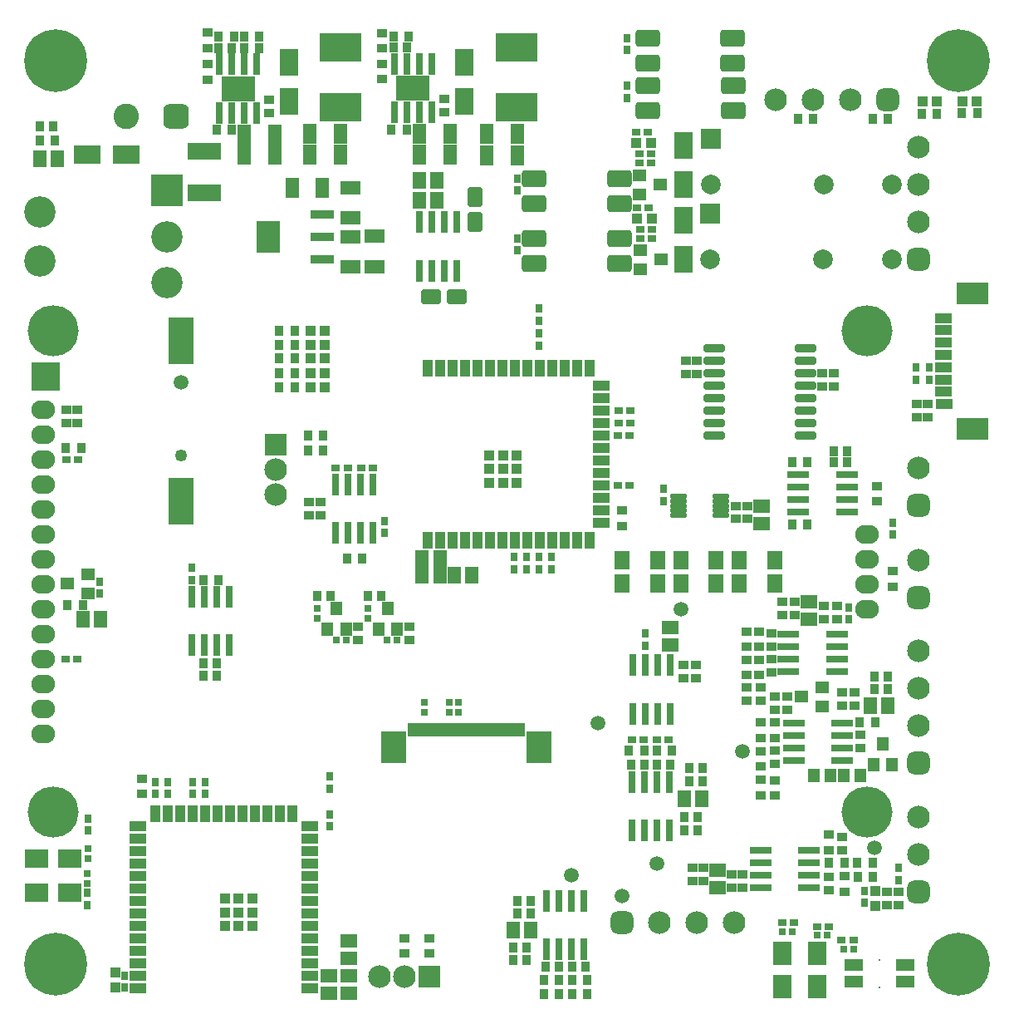
<source format=gbr>
G04*
G04 #@! TF.GenerationSoftware,Altium Limited,Altium Designer,25.1.2 (22)*
G04*
G04 Layer_Color=8388736*
%FSLAX44Y44*%
%MOMM*%
G71*
G04*
G04 #@! TF.SameCoordinates,54FBF0B5-E2CF-4F3E-8A6F-997AE4EABEE6*
G04*
G04*
G04 #@! TF.FilePolarity,Negative*
G04*
G01*
G75*
%ADD19R,2.4892X0.8890*%
%ADD20R,2.4892X3.2004*%
%ADD63R,0.8032X2.1732*%
%ADD64R,3.5032X2.6132*%
%ADD65R,0.9652X1.0160*%
%ADD66R,1.0032X0.9532*%
%ADD67R,2.1732X0.8032*%
%ADD68R,1.0160X0.9652*%
%ADD69R,1.9032X1.2032*%
%ADD70R,0.7112X0.8636*%
%ADD71R,0.8636X0.7112*%
%ADD72R,0.8032X0.7032*%
%ADD73R,1.6510X1.3208*%
%ADD74R,1.9032X2.4032*%
%ADD75R,1.0160X1.0160*%
%ADD76R,0.9532X1.0032*%
%ADD77R,1.3208X1.6510*%
G04:AMPARAMS|DCode=78|XSize=2.2532mm|YSize=0.7932mm|CornerRadius=0.1754mm|HoleSize=0mm|Usage=FLASHONLY|Rotation=0.000|XOffset=0mm|YOffset=0mm|HoleType=Round|Shape=RoundedRectangle|*
%AMROUNDEDRECTD78*
21,1,2.2532,0.4425,0,0,0.0*
21,1,1.9025,0.7932,0,0,0.0*
1,1,0.3507,0.9513,-0.2213*
1,1,0.3507,-0.9513,-0.2213*
1,1,0.3507,-0.9513,0.2213*
1,1,0.3507,0.9513,0.2213*
%
%ADD78ROUNDEDRECTD78*%
G04:AMPARAMS|DCode=79|XSize=2.5032mm|YSize=1.6832mm|CornerRadius=0.2866mm|HoleSize=0mm|Usage=FLASHONLY|Rotation=0.000|XOffset=0mm|YOffset=0mm|HoleType=Round|Shape=RoundedRectangle|*
%AMROUNDEDRECTD79*
21,1,2.5032,1.1100,0,0,0.0*
21,1,1.9300,1.6832,0,0,0.0*
1,1,0.5732,0.9650,-0.5550*
1,1,0.5732,-0.9650,-0.5550*
1,1,0.5732,-0.9650,0.5550*
1,1,0.5732,0.9650,0.5550*
%
%ADD79ROUNDEDRECTD79*%
G04:AMPARAMS|DCode=80|XSize=1.6732mm|YSize=0.4832mm|CornerRadius=0.1366mm|HoleSize=0mm|Usage=FLASHONLY|Rotation=0.000|XOffset=0mm|YOffset=0mm|HoleType=Round|Shape=RoundedRectangle|*
%AMROUNDEDRECTD80*
21,1,1.6732,0.2100,0,0,0.0*
21,1,1.4000,0.4832,0,0,0.0*
1,1,0.2732,0.7000,-0.1050*
1,1,0.2732,-0.7000,-0.1050*
1,1,0.2732,-0.7000,0.1050*
1,1,0.2732,0.7000,0.1050*
%
%ADD80ROUNDEDRECTD80*%
%ADD81R,1.4032X1.2192*%
%ADD82R,1.1032X1.1032*%
%ADD83R,1.1032X1.7032*%
%ADD84R,1.7032X1.1032*%
%ADD85R,1.1032X1.1032*%
%ADD86R,1.7032X1.1032*%
%ADD87R,1.1032X1.7032*%
%ADD88R,1.2192X1.4032*%
%ADD89R,3.0000X3.0000*%
%ADD90R,2.4032X1.9032*%
%ADD91R,1.2192X1.3970*%
%ADD92R,4.2032X2.9032*%
%ADD93R,2.5032X4.7032*%
%ADD94R,1.8032X1.0032*%
%ADD95R,3.2032X2.3032*%
%ADD96R,0.5032X1.4532*%
%ADD97R,2.5032X3.3032*%
%ADD98R,3.4032X1.7032*%
%ADD99R,1.9032X2.7032*%
%ADD100R,1.5732X1.9332*%
%ADD101R,1.0160X1.0160*%
%ADD102R,2.7032X1.9032*%
%ADD103R,0.7032X0.8032*%
G04:AMPARAMS|DCode=104|XSize=2.0132mm|YSize=1.5232mm|CornerRadius=0.2666mm|HoleSize=0mm|Usage=FLASHONLY|Rotation=270.000|XOffset=0mm|YOffset=0mm|HoleType=Round|Shape=RoundedRectangle|*
%AMROUNDEDRECTD104*
21,1,2.0132,0.9900,0,0,270.0*
21,1,1.4800,1.5232,0,0,270.0*
1,1,0.5332,-0.4950,-0.7400*
1,1,0.5332,-0.4950,0.7400*
1,1,0.5332,0.4950,0.7400*
1,1,0.5332,0.4950,-0.7400*
%
%ADD104ROUNDEDRECTD104*%
%ADD105R,2.0066X1.3208*%
%ADD106R,1.3208X2.0066*%
G04:AMPARAMS|DCode=107|XSize=2.0132mm|YSize=1.5232mm|CornerRadius=0.2666mm|HoleSize=0mm|Usage=FLASHONLY|Rotation=0.000|XOffset=0mm|YOffset=0mm|HoleType=Round|Shape=RoundedRectangle|*
%AMROUNDEDRECTD107*
21,1,2.0132,0.9900,0,0,0.0*
21,1,1.4800,1.5232,0,0,0.0*
1,1,0.5332,0.7400,-0.4950*
1,1,0.5332,-0.7400,-0.4950*
1,1,0.5332,-0.7400,0.4950*
1,1,0.5332,0.7400,0.4950*
%
%ADD107ROUNDEDRECTD107*%
%ADD108C,2.3032*%
%ADD109R,2.3032X2.3032*%
%ADD110C,1.5000*%
G04:AMPARAMS|DCode=111|XSize=2.3032mm|YSize=2.3032mm|CornerRadius=0.6266mm|HoleSize=0mm|Usage=FLASHONLY|Rotation=90.000|XOffset=0mm|YOffset=0mm|HoleType=Round|Shape=RoundedRectangle|*
%AMROUNDEDRECTD111*
21,1,2.3032,1.0500,0,0,90.0*
21,1,1.0500,2.3032,0,0,90.0*
1,1,1.2532,0.5250,0.5250*
1,1,1.2532,0.5250,-0.5250*
1,1,1.2532,-0.5250,-0.5250*
1,1,1.2532,-0.5250,0.5250*
%
%ADD111ROUNDEDRECTD111*%
%ADD112C,0.2032*%
%ADD113R,3.2032X3.2032*%
%ADD114C,3.2032*%
G04:AMPARAMS|DCode=115|XSize=2.3032mm|YSize=2.3032mm|CornerRadius=0.6266mm|HoleSize=0mm|Usage=FLASHONLY|Rotation=180.000|XOffset=0mm|YOffset=0mm|HoleType=Round|Shape=RoundedRectangle|*
%AMROUNDEDRECTD115*
21,1,2.3032,1.0500,0,0,180.0*
21,1,1.0500,2.3032,0,0,180.0*
1,1,1.2532,-0.5250,0.5250*
1,1,1.2532,0.5250,0.5250*
1,1,1.2532,0.5250,-0.5250*
1,1,1.2532,-0.5250,-0.5250*
%
%ADD115ROUNDEDRECTD115*%
G04:AMPARAMS|DCode=116|XSize=2.6032mm|YSize=2.6032mm|CornerRadius=0.7016mm|HoleSize=0mm|Usage=FLASHONLY|Rotation=180.000|XOffset=0mm|YOffset=0mm|HoleType=Round|Shape=RoundedRectangle|*
%AMROUNDEDRECTD116*
21,1,2.6032,1.2000,0,0,180.0*
21,1,1.2000,2.6032,0,0,180.0*
1,1,1.4032,-0.6000,0.6000*
1,1,1.4032,0.6000,0.6000*
1,1,1.4032,0.6000,-0.6000*
1,1,1.4032,-0.6000,-0.6000*
%
%ADD116ROUNDEDRECTD116*%
%ADD117C,2.6032*%
%ADD118O,2.4032X1.9032*%
%ADD119C,5.2032*%
%ADD120C,2.0032*%
%ADD121R,2.0032X2.0032*%
%ADD122C,1.5032*%
%ADD123C,1.2532*%
%ADD124R,2.3032X2.3032*%
%ADD125C,1.0032*%
%ADD126C,6.4000*%
D19*
X311277Y757896D02*
D03*
Y780796D02*
D03*
Y803696D02*
D03*
D20*
X256159Y780796D02*
D03*
D63*
X206836Y906922D02*
D03*
X232236Y956422D02*
D03*
X219536D02*
D03*
X206836D02*
D03*
X219536Y906922D02*
D03*
X232236D02*
D03*
X244936D02*
D03*
Y956422D02*
D03*
X666256Y344520D02*
D03*
Y295020D02*
D03*
X653556D02*
D03*
X640856D02*
D03*
X628156Y344520D02*
D03*
X640856D02*
D03*
X653556D02*
D03*
X628156Y295020D02*
D03*
X540540Y54887D02*
D03*
Y104387D02*
D03*
X553240D02*
D03*
X565940D02*
D03*
X578640Y54887D02*
D03*
X565940D02*
D03*
X553240D02*
D03*
X578640Y104387D02*
D03*
X627106Y175940D02*
D03*
X652506Y225440D02*
D03*
X639806D02*
D03*
X627106D02*
D03*
X639806Y175940D02*
D03*
X652506D02*
D03*
X665206D02*
D03*
Y225440D02*
D03*
X325374Y479186D02*
D03*
X350774Y528686D02*
D03*
X338074D02*
D03*
X325374D02*
D03*
X338074Y479186D02*
D03*
X350774D02*
D03*
X363474D02*
D03*
Y528686D02*
D03*
X216916Y414132D02*
D03*
X191516Y364632D02*
D03*
X204216D02*
D03*
X216916D02*
D03*
X204216Y414132D02*
D03*
X191516D02*
D03*
X178816D02*
D03*
Y364632D02*
D03*
X448644Y795640D02*
D03*
X423244Y746140D02*
D03*
X435944D02*
D03*
X448644D02*
D03*
X435944Y795640D02*
D03*
X423244D02*
D03*
X410544D02*
D03*
Y746140D02*
D03*
X385144Y907430D02*
D03*
X410544Y956930D02*
D03*
X397844D02*
D03*
X385144D02*
D03*
X397844Y907430D02*
D03*
X410544D02*
D03*
X423244D02*
D03*
Y956930D02*
D03*
D64*
X225886Y931672D02*
D03*
X404194Y932180D02*
D03*
D65*
X872713Y128746D02*
D03*
X857219D02*
D03*
X843744Y143000D02*
D03*
X828250D02*
D03*
X872459Y143224D02*
D03*
X856965D02*
D03*
X938247Y906000D02*
D03*
X922753D02*
D03*
X963676Y906780D02*
D03*
X979170D02*
D03*
X624185Y257078D02*
D03*
X639679D02*
D03*
X668127D02*
D03*
X652633D02*
D03*
X352171Y453390D02*
D03*
X336677D02*
D03*
X205613Y431292D02*
D03*
X190119D02*
D03*
X811784Y900684D02*
D03*
X796290D02*
D03*
X888111D02*
D03*
X872617D02*
D03*
X537619Y23645D02*
D03*
X553113D02*
D03*
Y9675D02*
D03*
X537619D02*
D03*
X566067D02*
D03*
X581561D02*
D03*
Y23899D02*
D03*
X566067D02*
D03*
X875205Y286512D02*
D03*
X859711D02*
D03*
X790401Y551434D02*
D03*
X805895D02*
D03*
X790401Y487426D02*
D03*
X805895D02*
D03*
X67437Y405384D02*
D03*
X51943D02*
D03*
X312674Y563118D02*
D03*
X297180D02*
D03*
X312547Y578612D02*
D03*
X297053D02*
D03*
X50253Y566000D02*
D03*
X65747D02*
D03*
X23749Y878840D02*
D03*
X39243D02*
D03*
X267753Y656750D02*
D03*
X283247D02*
D03*
X267753Y627500D02*
D03*
X283247D02*
D03*
X267753Y641500D02*
D03*
X283247D02*
D03*
X267753Y670500D02*
D03*
X283247D02*
D03*
X267753Y685250D02*
D03*
X283247D02*
D03*
X384255Y984758D02*
D03*
X399749D02*
D03*
X397717Y889508D02*
D03*
X382223D02*
D03*
X205947Y984362D02*
D03*
X221441D02*
D03*
X219536Y889508D02*
D03*
X204042D02*
D03*
X232109Y984362D02*
D03*
X247603D02*
D03*
Y973186D02*
D03*
X232109D02*
D03*
D66*
X828250Y129000D02*
D03*
Y115500D02*
D03*
X679730Y331054D02*
D03*
Y344554D02*
D03*
X692683Y331054D02*
D03*
Y344554D02*
D03*
X689030Y124254D02*
D03*
Y137754D02*
D03*
X700206Y124254D02*
D03*
Y137754D02*
D03*
X728900Y131296D02*
D03*
Y117796D02*
D03*
X740326Y131150D02*
D03*
Y117650D02*
D03*
X773176Y257448D02*
D03*
Y243948D02*
D03*
X298196Y510432D02*
D03*
Y496932D02*
D03*
X310134Y510178D02*
D03*
Y496678D02*
D03*
X682498Y654704D02*
D03*
Y641204D02*
D03*
X693674Y654812D02*
D03*
Y641312D02*
D03*
X832866Y642004D02*
D03*
Y628504D02*
D03*
X821182Y642004D02*
D03*
Y628504D02*
D03*
X899368Y113194D02*
D03*
Y99694D02*
D03*
X887500Y113250D02*
D03*
Y99750D02*
D03*
X744728Y506730D02*
D03*
Y493230D02*
D03*
X733552Y506730D02*
D03*
Y493230D02*
D03*
X841614Y169524D02*
D03*
Y156024D02*
D03*
X860588Y273450D02*
D03*
Y259950D02*
D03*
X841614Y302768D02*
D03*
Y316268D02*
D03*
X854456Y302768D02*
D03*
Y316268D02*
D03*
X769414Y376766D02*
D03*
Y363266D02*
D03*
X744131Y321456D02*
D03*
Y307956D02*
D03*
X758698Y321456D02*
D03*
Y307956D02*
D03*
X785876Y298704D02*
D03*
Y312204D02*
D03*
X772922Y298704D02*
D03*
Y312204D02*
D03*
X793258Y408848D02*
D03*
Y395348D02*
D03*
X780304Y408848D02*
D03*
Y395348D02*
D03*
X836090Y391014D02*
D03*
Y404514D02*
D03*
X823056Y391014D02*
D03*
Y404514D02*
D03*
X769414Y337212D02*
D03*
Y350712D02*
D03*
X929132Y610522D02*
D03*
Y597022D02*
D03*
X917956Y610522D02*
D03*
Y597022D02*
D03*
X61722Y604920D02*
D03*
Y591420D02*
D03*
X50546Y604920D02*
D03*
Y591420D02*
D03*
X400304Y370078D02*
D03*
Y383578D02*
D03*
X347834Y370078D02*
D03*
Y383578D02*
D03*
X435690Y920930D02*
D03*
Y907430D02*
D03*
X257382Y920422D02*
D03*
Y906922D02*
D03*
D67*
X807940Y117570D02*
D03*
X758440D02*
D03*
Y130270D02*
D03*
Y142970D02*
D03*
X807940Y155670D02*
D03*
Y142970D02*
D03*
Y130270D02*
D03*
X758440Y155670D02*
D03*
X841614Y247650D02*
D03*
X792114Y273050D02*
D03*
Y260350D02*
D03*
Y247650D02*
D03*
X841614Y260350D02*
D03*
Y273050D02*
D03*
Y285750D02*
D03*
X792114D02*
D03*
X836106Y337504D02*
D03*
X786606Y362904D02*
D03*
Y350204D02*
D03*
Y337504D02*
D03*
X836106Y350204D02*
D03*
Y362904D02*
D03*
Y375604D02*
D03*
X786606D02*
D03*
X846440Y500380D02*
D03*
X796940Y525780D02*
D03*
Y513080D02*
D03*
Y500380D02*
D03*
X846440Y513080D02*
D03*
Y525780D02*
D03*
Y538480D02*
D03*
X796940D02*
D03*
D68*
X843750Y129247D02*
D03*
Y113753D02*
D03*
X128000Y228696D02*
D03*
Y213202D02*
D03*
X893250Y424503D02*
D03*
Y439997D02*
D03*
X828250Y171537D02*
D03*
Y156043D02*
D03*
X758698Y270383D02*
D03*
Y285877D02*
D03*
X773176D02*
D03*
Y270383D02*
D03*
X758698Y256921D02*
D03*
Y241427D02*
D03*
X773176Y227203D02*
D03*
Y211709D02*
D03*
X758698Y227457D02*
D03*
Y211963D02*
D03*
X756698Y378779D02*
D03*
Y363285D02*
D03*
X744131D02*
D03*
Y378779D02*
D03*
Y349696D02*
D03*
Y334202D02*
D03*
X756698Y334329D02*
D03*
Y349823D02*
D03*
X877250Y511503D02*
D03*
Y526997D02*
D03*
X617474Y501888D02*
D03*
Y486394D02*
D03*
X395224Y66421D02*
D03*
Y50927D02*
D03*
X420624Y66421D02*
D03*
Y50927D02*
D03*
X372698Y972439D02*
D03*
Y987933D02*
D03*
X194644Y973059D02*
D03*
Y988553D02*
D03*
X372698Y941451D02*
D03*
Y956945D02*
D03*
X194644Y940928D02*
D03*
Y956422D02*
D03*
D69*
X853000Y21716D02*
D03*
Y38716D02*
D03*
X905500Y21716D02*
D03*
Y38716D02*
D03*
D70*
X641000Y376500D02*
D03*
Y364500D02*
D03*
X374650Y491140D02*
D03*
Y479140D02*
D03*
X178816Y443388D02*
D03*
Y431388D02*
D03*
X192040Y225202D02*
D03*
Y213202D02*
D03*
X179340Y225202D02*
D03*
Y213202D02*
D03*
X532892Y670148D02*
D03*
Y682148D02*
D03*
Y707548D02*
D03*
Y695548D02*
D03*
X899250Y125750D02*
D03*
Y137750D02*
D03*
X510286Y839882D02*
D03*
Y827882D02*
D03*
X622046Y934370D02*
D03*
Y922370D02*
D03*
Y983392D02*
D03*
Y971392D02*
D03*
X510286Y778922D02*
D03*
Y766922D02*
D03*
X659892Y523730D02*
D03*
Y511730D02*
D03*
X532796Y442310D02*
D03*
Y454310D02*
D03*
X545496Y442310D02*
D03*
Y454310D02*
D03*
X507396Y442310D02*
D03*
Y454310D02*
D03*
X520096Y442310D02*
D03*
Y454310D02*
D03*
X930324Y647386D02*
D03*
Y635387D02*
D03*
X916764Y647386D02*
D03*
Y635387D02*
D03*
X84836Y417672D02*
D03*
Y429672D02*
D03*
X848000Y391000D02*
D03*
Y403000D02*
D03*
X893250Y489616D02*
D03*
Y477616D02*
D03*
X141240Y225202D02*
D03*
Y213202D02*
D03*
X153940Y225202D02*
D03*
Y213202D02*
D03*
X319532Y192182D02*
D03*
Y180182D02*
D03*
Y218790D02*
D03*
Y230790D02*
D03*
X864500Y114500D02*
D03*
Y102500D02*
D03*
X110236Y16140D02*
D03*
Y28140D02*
D03*
X72390Y188116D02*
D03*
Y176116D02*
D03*
X72136Y100268D02*
D03*
Y112268D02*
D03*
D71*
X841000Y64529D02*
D03*
X853000D02*
D03*
X780334Y81844D02*
D03*
X792334D02*
D03*
X816148Y77780D02*
D03*
X828148D02*
D03*
X652760Y268540D02*
D03*
X664760D02*
D03*
X639456D02*
D03*
X627456D02*
D03*
X337470Y545338D02*
D03*
X325470D02*
D03*
X351474Y545338D02*
D03*
X363474D02*
D03*
X631814Y886968D02*
D03*
X643814D02*
D03*
X634814Y855788D02*
D03*
X646814D02*
D03*
X634814Y865186D02*
D03*
X646814D02*
D03*
X632576Y810006D02*
D03*
X644576D02*
D03*
X635576Y778826D02*
D03*
X647576D02*
D03*
X635576Y788224D02*
D03*
X647576D02*
D03*
X624744Y527288D02*
D03*
X612744D02*
D03*
X624744Y578088D02*
D03*
X612744D02*
D03*
X625506Y590804D02*
D03*
X613506D02*
D03*
X625506Y603504D02*
D03*
X613506D02*
D03*
X62388Y553974D02*
D03*
X50388D02*
D03*
X62134Y350774D02*
D03*
X50134D02*
D03*
D72*
X853000Y55250D02*
D03*
X843000D02*
D03*
X826148Y69144D02*
D03*
X816148D02*
D03*
X790334Y72700D02*
D03*
X780334D02*
D03*
X387960Y370078D02*
D03*
X377960D02*
D03*
X335816D02*
D03*
X325816D02*
D03*
D73*
X714176Y135857D02*
D03*
Y118023D02*
D03*
X666256Y364701D02*
D03*
Y382535D02*
D03*
X759206Y506730D02*
D03*
Y488896D02*
D03*
X807530Y391014D02*
D03*
Y408848D02*
D03*
X338582Y45693D02*
D03*
Y63527D02*
D03*
Y10309D02*
D03*
Y28194D02*
D03*
X318262Y10387D02*
D03*
Y28272D02*
D03*
D74*
X816148Y16584D02*
D03*
Y50584D02*
D03*
X780334Y16584D02*
D03*
Y50584D02*
D03*
D75*
X923428Y918500D02*
D03*
X938428D02*
D03*
X979050Y918464D02*
D03*
X964050D02*
D03*
X646814Y876046D02*
D03*
X631814D02*
D03*
X647576Y799084D02*
D03*
X632576D02*
D03*
X299500Y627500D02*
D03*
X314500D02*
D03*
X299500Y641500D02*
D03*
X314500D02*
D03*
X299500Y670500D02*
D03*
X314500D02*
D03*
X299500Y685250D02*
D03*
X314500D02*
D03*
X299500Y656750D02*
D03*
X314500D02*
D03*
D76*
X699269Y239552D02*
D03*
X685769D02*
D03*
X699269Y225836D02*
D03*
X685769D02*
D03*
X680808Y190022D02*
D03*
X694308D02*
D03*
X680808Y176052D02*
D03*
X694308D02*
D03*
X666006Y243362D02*
D03*
X652506D02*
D03*
X626198D02*
D03*
X639698D02*
D03*
X204216Y346456D02*
D03*
X190716D02*
D03*
X204216Y333502D02*
D03*
X190716D02*
D03*
X539632Y37361D02*
D03*
X553132D02*
D03*
X506543Y43925D02*
D03*
X520043D02*
D03*
X506543Y56879D02*
D03*
X520043D02*
D03*
X524377Y91677D02*
D03*
X510877D02*
D03*
X524377Y104377D02*
D03*
X510877D02*
D03*
X579548Y37361D02*
D03*
X566048D02*
D03*
X888265Y332994D02*
D03*
X874765D02*
D03*
X888265Y320040D02*
D03*
X874765D02*
D03*
X846440Y562356D02*
D03*
X832940D02*
D03*
X846440Y551180D02*
D03*
X832940D02*
D03*
X23984Y893572D02*
D03*
X37484D02*
D03*
X358394Y415036D02*
D03*
X371894D02*
D03*
X306432D02*
D03*
X319932D02*
D03*
X397736Y973582D02*
D03*
X384236D02*
D03*
X219536Y972932D02*
D03*
X206036D02*
D03*
D77*
X680808Y208056D02*
D03*
X698642D02*
D03*
X524377Y74405D02*
D03*
X506543D02*
D03*
X870431Y302768D02*
D03*
X888265D02*
D03*
X85371Y390906D02*
D03*
X67537D02*
D03*
X445770Y435864D02*
D03*
X463604D02*
D03*
X23595Y860298D02*
D03*
X41429D02*
D03*
X413485Y435864D02*
D03*
X431370D02*
D03*
X413485Y453390D02*
D03*
X431370D02*
D03*
X428429Y838200D02*
D03*
X410544D02*
D03*
X428429Y817880D02*
D03*
X410544D02*
D03*
D78*
X710878Y667512D02*
D03*
Y654812D02*
D03*
Y642112D02*
D03*
Y629412D02*
D03*
Y616712D02*
D03*
Y604012D02*
D03*
Y591312D02*
D03*
Y578612D02*
D03*
X803978D02*
D03*
Y591312D02*
D03*
Y604012D02*
D03*
Y616712D02*
D03*
Y629412D02*
D03*
Y642112D02*
D03*
Y654812D02*
D03*
Y667512D02*
D03*
D79*
X614492Y839978D02*
D03*
Y814578D02*
D03*
X527492D02*
D03*
Y839978D02*
D03*
X643316Y909066D02*
D03*
Y934466D02*
D03*
X730316D02*
D03*
Y909066D02*
D03*
X614746Y779018D02*
D03*
Y753618D02*
D03*
X527746D02*
D03*
Y779018D02*
D03*
X643062Y957834D02*
D03*
Y983234D02*
D03*
X730062D02*
D03*
Y957834D02*
D03*
D80*
X717714Y516730D02*
D03*
Y511730D02*
D03*
Y506730D02*
D03*
Y501730D02*
D03*
Y496730D02*
D03*
X674714D02*
D03*
Y501730D02*
D03*
Y506730D02*
D03*
Y511730D02*
D03*
Y516730D02*
D03*
D81*
X799660Y312204D02*
D03*
X820860Y321704D02*
D03*
Y302704D02*
D03*
X656014Y833690D02*
D03*
X634814Y824190D02*
D03*
Y843190D02*
D03*
X656776Y757490D02*
D03*
X635576Y747990D02*
D03*
Y766990D02*
D03*
X51884Y427228D02*
D03*
X73084Y436728D02*
D03*
Y417728D02*
D03*
D82*
X495870Y544038D02*
D03*
Y530038D02*
D03*
Y558038D02*
D03*
X509870Y530038D02*
D03*
Y544038D02*
D03*
Y558038D02*
D03*
X481870Y530038D02*
D03*
Y544038D02*
D03*
Y558038D02*
D03*
D83*
X418670Y471538D02*
D03*
X431370D02*
D03*
X444070D02*
D03*
X456770D02*
D03*
X469470D02*
D03*
X482170D02*
D03*
X494870D02*
D03*
X507570D02*
D03*
X520270D02*
D03*
X532970D02*
D03*
X545670D02*
D03*
X558370D02*
D03*
X571070D02*
D03*
X583770D02*
D03*
Y646538D02*
D03*
X571070D02*
D03*
X558370D02*
D03*
X545670D02*
D03*
X532970D02*
D03*
X520270D02*
D03*
X507570D02*
D03*
X494870D02*
D03*
X482170D02*
D03*
X469470D02*
D03*
X456770D02*
D03*
X444070D02*
D03*
X431370D02*
D03*
X418670D02*
D03*
D84*
X596270Y489188D02*
D03*
Y501888D02*
D03*
Y514588D02*
D03*
Y527288D02*
D03*
Y539988D02*
D03*
Y552688D02*
D03*
Y565388D02*
D03*
Y578088D02*
D03*
Y590788D02*
D03*
Y603488D02*
D03*
Y616188D02*
D03*
Y628888D02*
D03*
D85*
X226090Y92740D02*
D03*
X240090D02*
D03*
X212090D02*
D03*
X240090Y106740D02*
D03*
X226090D02*
D03*
X212090D02*
D03*
X240090Y78740D02*
D03*
X226090D02*
D03*
X212090D02*
D03*
D86*
X298590Y15540D02*
D03*
Y28240D02*
D03*
Y40940D02*
D03*
Y53640D02*
D03*
Y66340D02*
D03*
Y79040D02*
D03*
Y91740D02*
D03*
Y104440D02*
D03*
Y117140D02*
D03*
Y129840D02*
D03*
Y142540D02*
D03*
Y155240D02*
D03*
Y167940D02*
D03*
Y180640D02*
D03*
X123590D02*
D03*
Y167940D02*
D03*
Y155240D02*
D03*
Y142540D02*
D03*
Y129840D02*
D03*
Y117140D02*
D03*
Y104440D02*
D03*
Y91740D02*
D03*
Y79040D02*
D03*
Y66340D02*
D03*
Y53640D02*
D03*
Y40940D02*
D03*
Y28240D02*
D03*
Y15540D02*
D03*
D87*
X280940Y193140D02*
D03*
X268240D02*
D03*
X255540D02*
D03*
X242840D02*
D03*
X230140D02*
D03*
X217440D02*
D03*
X204740D02*
D03*
X192040D02*
D03*
X179340D02*
D03*
X166640D02*
D03*
X153940D02*
D03*
X141240D02*
D03*
D88*
X378460Y402336D02*
D03*
X387960Y381136D02*
D03*
X368960D02*
D03*
X326244Y402336D02*
D03*
X335744Y381136D02*
D03*
X316744D02*
D03*
X882980Y263906D02*
D03*
X892480Y242706D02*
D03*
X873480D02*
D03*
D89*
X30000Y638000D02*
D03*
D90*
X54084Y147574D02*
D03*
X20084D02*
D03*
X54084Y112268D02*
D03*
X20084D02*
D03*
D91*
X829488Y232156D02*
D03*
X812470D02*
D03*
X843570D02*
D03*
X860588D02*
D03*
D92*
X509858Y973352D02*
D03*
Y912852D02*
D03*
X330026Y973352D02*
D03*
Y912852D02*
D03*
D93*
X167640Y675126D02*
D03*
Y511126D02*
D03*
D94*
X944956Y697944D02*
D03*
Y685444D02*
D03*
Y672944D02*
D03*
Y660444D02*
D03*
Y647944D02*
D03*
Y635444D02*
D03*
Y622944D02*
D03*
X945268Y610688D02*
D03*
D95*
X974268Y723448D02*
D03*
Y585188D02*
D03*
D96*
X515902Y278354D02*
D03*
X510902D02*
D03*
X505902D02*
D03*
X500902D02*
D03*
X495902D02*
D03*
X490902D02*
D03*
X485902D02*
D03*
X480902D02*
D03*
X475902D02*
D03*
X470902D02*
D03*
X465902D02*
D03*
X460902D02*
D03*
X455902D02*
D03*
X450902D02*
D03*
X445902D02*
D03*
X440902D02*
D03*
X435902D02*
D03*
X430902D02*
D03*
X425902D02*
D03*
X420902D02*
D03*
X415902D02*
D03*
X410902D02*
D03*
X405902D02*
D03*
X400902D02*
D03*
D97*
X384202Y260604D02*
D03*
X532602D02*
D03*
D98*
X191516Y825582D02*
D03*
Y867582D02*
D03*
D99*
X679704Y833690D02*
D03*
Y873690D02*
D03*
Y757490D02*
D03*
Y797490D02*
D03*
X456518Y918276D02*
D03*
Y958276D02*
D03*
X277956Y918530D02*
D03*
Y958530D02*
D03*
D100*
X772634Y427990D02*
D03*
X736634D02*
D03*
Y451104D02*
D03*
X772634D02*
D03*
X653254Y427990D02*
D03*
X617254D02*
D03*
Y451104D02*
D03*
X653254D02*
D03*
X712944Y427990D02*
D03*
X676944D02*
D03*
Y451104D02*
D03*
X712944D02*
D03*
D101*
X875250Y114500D02*
D03*
Y99499D02*
D03*
X101092Y16140D02*
D03*
Y31140D02*
D03*
D102*
X71694Y864616D02*
D03*
X111694D02*
D03*
D103*
X450596Y296244D02*
D03*
Y306244D02*
D03*
X415798Y296244D02*
D03*
Y306244D02*
D03*
X440690Y296244D02*
D03*
Y306244D02*
D03*
X72390Y147574D02*
D03*
Y157574D02*
D03*
X72136Y122268D02*
D03*
Y132268D02*
D03*
X358394Y402256D02*
D03*
Y392256D02*
D03*
X306432Y402336D02*
D03*
Y392336D02*
D03*
D104*
X467360Y795640D02*
D03*
Y821640D02*
D03*
D105*
X340614Y750062D02*
D03*
Y781050D02*
D03*
X365252Y750316D02*
D03*
Y781304D02*
D03*
X340360Y799846D02*
D03*
Y830834D02*
D03*
D106*
X280670D02*
D03*
X311658D02*
D03*
X479124Y863854D02*
D03*
X510112D02*
D03*
X479124Y885698D02*
D03*
X510112D02*
D03*
X441532Y885444D02*
D03*
X410544D02*
D03*
X441532Y864362D02*
D03*
X410544D02*
D03*
X299038Y885556D02*
D03*
X330026D02*
D03*
X299038Y864220D02*
D03*
X330026D02*
D03*
X263224Y885048D02*
D03*
X232236D02*
D03*
X263224Y864220D02*
D03*
X232236D02*
D03*
D107*
X448610Y720090D02*
D03*
X422610D02*
D03*
D108*
X264160Y518350D02*
D03*
Y543750D02*
D03*
X919246Y451671D02*
D03*
Y544876D02*
D03*
Y358666D02*
D03*
Y320565D02*
D03*
Y282465D02*
D03*
X919226Y871790D02*
D03*
Y833690D02*
D03*
Y795590D02*
D03*
X919246Y189600D02*
D03*
Y151500D02*
D03*
X850000Y920000D02*
D03*
X811900D02*
D03*
X773800D02*
D03*
X655451Y81750D02*
D03*
X693551D02*
D03*
X731651D02*
D03*
X395224Y27432D02*
D03*
X369824D02*
D03*
D109*
X264160Y569150D02*
D03*
D110*
X874250Y158500D02*
D03*
X740156Y256921D02*
D03*
X652506Y142077D02*
D03*
X617500Y109250D02*
D03*
X565940Y130760D02*
D03*
X592750Y285500D02*
D03*
X677164Y401574D02*
D03*
D111*
X919246Y413571D02*
D03*
Y506776D02*
D03*
Y244366D02*
D03*
X919226Y757490D02*
D03*
X919246Y113400D02*
D03*
D112*
X879250Y16466D02*
D03*
Y43966D02*
D03*
D113*
X153162Y827702D02*
D03*
D114*
Y780702D02*
D03*
Y733702D02*
D03*
X23662Y805702D02*
D03*
Y755702D02*
D03*
D115*
X888100Y920000D02*
D03*
X617351Y81750D02*
D03*
D116*
X162560Y903102D02*
D03*
D117*
X111760D02*
D03*
D118*
X26924Y604774D02*
D03*
Y579374D02*
D03*
Y553974D02*
D03*
Y528574D02*
D03*
Y503174D02*
D03*
Y477774D02*
D03*
Y452374D02*
D03*
Y426974D02*
D03*
Y401574D02*
D03*
Y376174D02*
D03*
Y350774D02*
D03*
Y325374D02*
D03*
Y299974D02*
D03*
Y274574D02*
D03*
X867224Y477674D02*
D03*
Y452274D02*
D03*
Y426874D02*
D03*
Y401474D02*
D03*
D119*
X36924Y194474D02*
D03*
Y684874D02*
D03*
X867224D02*
D03*
Y194474D02*
D03*
D120*
X892556Y833690D02*
D03*
X822556D02*
D03*
X707556D02*
D03*
X892302Y757490D02*
D03*
X822302D02*
D03*
X707302D02*
D03*
D121*
X707556Y880690D02*
D03*
X707302Y804490D02*
D03*
D122*
X167640Y632626D02*
D03*
D123*
Y558126D02*
D03*
D124*
X420624Y27432D02*
D03*
D125*
X936000Y40000D02*
D03*
X976971Y56971D02*
D03*
X960000Y16000D02*
D03*
X984000Y40000D02*
D03*
X943029Y23029D02*
D03*
Y56971D02*
D03*
X976971Y23029D02*
D03*
X960000Y64000D02*
D03*
X936000Y960000D02*
D03*
X976971Y976971D02*
D03*
X960000Y936000D02*
D03*
X984000Y960000D02*
D03*
X943029Y943029D02*
D03*
Y976971D02*
D03*
X976971Y943029D02*
D03*
X960000Y984000D02*
D03*
X16000Y40000D02*
D03*
X56971Y56971D02*
D03*
X40000Y16000D02*
D03*
X64000Y40000D02*
D03*
X23029Y23029D02*
D03*
Y56971D02*
D03*
X56971Y23029D02*
D03*
X40000Y64000D02*
D03*
X16000Y960000D02*
D03*
X56971Y976971D02*
D03*
X40000Y936000D02*
D03*
X64000Y960000D02*
D03*
X23029Y943029D02*
D03*
Y976971D02*
D03*
X56971Y943029D02*
D03*
X40000Y984000D02*
D03*
D126*
X960000Y40000D02*
D03*
Y960000D02*
D03*
X40000Y40000D02*
D03*
Y960000D02*
D03*
M02*

</source>
